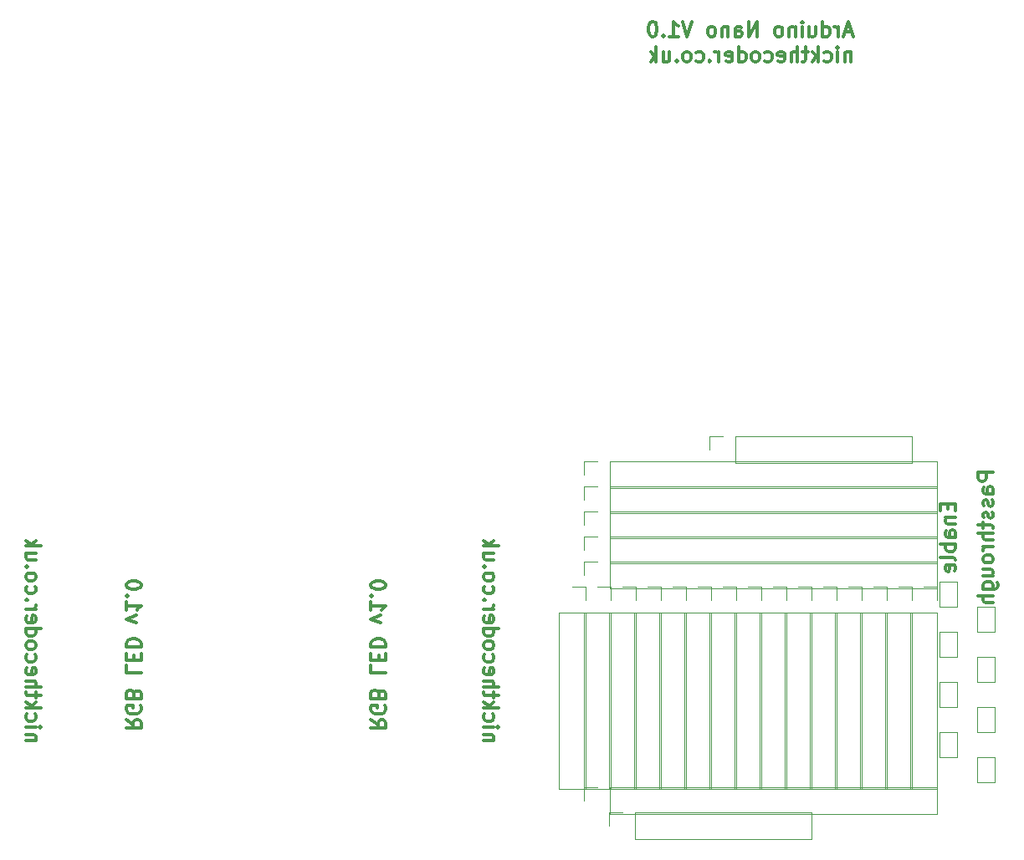
<source format=gbr>
G04 #@! TF.FileFunction,Legend,Bot*
%FSLAX46Y46*%
G04 Gerber Fmt 4.6, Leading zero omitted, Abs format (unit mm)*
G04 Created by KiCad (PCBNEW 4.0.7+dfsg1-1~bpo9+1) date Tue May  1 16:34:38 2018*
%MOMM*%
%LPD*%
G01*
G04 APERTURE LIST*
%ADD10C,0.100000*%
%ADD11C,0.300000*%
%ADD12C,0.120000*%
G04 APERTURE END LIST*
D10*
D11*
X138144286Y-44060000D02*
X137430000Y-44060000D01*
X138287143Y-44488571D02*
X137787143Y-42988571D01*
X137287143Y-44488571D01*
X136787143Y-44488571D02*
X136787143Y-43488571D01*
X136787143Y-43774286D02*
X136715715Y-43631429D01*
X136644286Y-43560000D01*
X136501429Y-43488571D01*
X136358572Y-43488571D01*
X135215715Y-44488571D02*
X135215715Y-42988571D01*
X135215715Y-44417143D02*
X135358572Y-44488571D01*
X135644286Y-44488571D01*
X135787144Y-44417143D01*
X135858572Y-44345714D01*
X135930001Y-44202857D01*
X135930001Y-43774286D01*
X135858572Y-43631429D01*
X135787144Y-43560000D01*
X135644286Y-43488571D01*
X135358572Y-43488571D01*
X135215715Y-43560000D01*
X133858572Y-43488571D02*
X133858572Y-44488571D01*
X134501429Y-43488571D02*
X134501429Y-44274286D01*
X134430001Y-44417143D01*
X134287143Y-44488571D01*
X134072858Y-44488571D01*
X133930001Y-44417143D01*
X133858572Y-44345714D01*
X133144286Y-44488571D02*
X133144286Y-43488571D01*
X133144286Y-42988571D02*
X133215715Y-43060000D01*
X133144286Y-43131429D01*
X133072858Y-43060000D01*
X133144286Y-42988571D01*
X133144286Y-43131429D01*
X132430000Y-43488571D02*
X132430000Y-44488571D01*
X132430000Y-43631429D02*
X132358572Y-43560000D01*
X132215714Y-43488571D01*
X132001429Y-43488571D01*
X131858572Y-43560000D01*
X131787143Y-43702857D01*
X131787143Y-44488571D01*
X130858571Y-44488571D02*
X131001429Y-44417143D01*
X131072857Y-44345714D01*
X131144286Y-44202857D01*
X131144286Y-43774286D01*
X131072857Y-43631429D01*
X131001429Y-43560000D01*
X130858571Y-43488571D01*
X130644286Y-43488571D01*
X130501429Y-43560000D01*
X130430000Y-43631429D01*
X130358571Y-43774286D01*
X130358571Y-44202857D01*
X130430000Y-44345714D01*
X130501429Y-44417143D01*
X130644286Y-44488571D01*
X130858571Y-44488571D01*
X128572857Y-44488571D02*
X128572857Y-42988571D01*
X127715714Y-44488571D01*
X127715714Y-42988571D01*
X126358571Y-44488571D02*
X126358571Y-43702857D01*
X126430000Y-43560000D01*
X126572857Y-43488571D01*
X126858571Y-43488571D01*
X127001428Y-43560000D01*
X126358571Y-44417143D02*
X126501428Y-44488571D01*
X126858571Y-44488571D01*
X127001428Y-44417143D01*
X127072857Y-44274286D01*
X127072857Y-44131429D01*
X127001428Y-43988571D01*
X126858571Y-43917143D01*
X126501428Y-43917143D01*
X126358571Y-43845714D01*
X125644285Y-43488571D02*
X125644285Y-44488571D01*
X125644285Y-43631429D02*
X125572857Y-43560000D01*
X125429999Y-43488571D01*
X125215714Y-43488571D01*
X125072857Y-43560000D01*
X125001428Y-43702857D01*
X125001428Y-44488571D01*
X124072856Y-44488571D02*
X124215714Y-44417143D01*
X124287142Y-44345714D01*
X124358571Y-44202857D01*
X124358571Y-43774286D01*
X124287142Y-43631429D01*
X124215714Y-43560000D01*
X124072856Y-43488571D01*
X123858571Y-43488571D01*
X123715714Y-43560000D01*
X123644285Y-43631429D01*
X123572856Y-43774286D01*
X123572856Y-44202857D01*
X123644285Y-44345714D01*
X123715714Y-44417143D01*
X123858571Y-44488571D01*
X124072856Y-44488571D01*
X122001428Y-42988571D02*
X121501428Y-44488571D01*
X121001428Y-42988571D01*
X119715714Y-44488571D02*
X120572857Y-44488571D01*
X120144285Y-44488571D02*
X120144285Y-42988571D01*
X120287142Y-43202857D01*
X120430000Y-43345714D01*
X120572857Y-43417143D01*
X119072857Y-44345714D02*
X119001429Y-44417143D01*
X119072857Y-44488571D01*
X119144286Y-44417143D01*
X119072857Y-44345714D01*
X119072857Y-44488571D01*
X118072857Y-42988571D02*
X117930000Y-42988571D01*
X117787143Y-43060000D01*
X117715714Y-43131429D01*
X117644285Y-43274286D01*
X117572857Y-43560000D01*
X117572857Y-43917143D01*
X117644285Y-44202857D01*
X117715714Y-44345714D01*
X117787143Y-44417143D01*
X117930000Y-44488571D01*
X118072857Y-44488571D01*
X118215714Y-44417143D01*
X118287143Y-44345714D01*
X118358571Y-44202857D01*
X118430000Y-43917143D01*
X118430000Y-43560000D01*
X118358571Y-43274286D01*
X118287143Y-43131429D01*
X118215714Y-43060000D01*
X118072857Y-42988571D01*
X138072857Y-46038571D02*
X138072857Y-47038571D01*
X138072857Y-46181429D02*
X138001429Y-46110000D01*
X137858571Y-46038571D01*
X137644286Y-46038571D01*
X137501429Y-46110000D01*
X137430000Y-46252857D01*
X137430000Y-47038571D01*
X136715714Y-47038571D02*
X136715714Y-46038571D01*
X136715714Y-45538571D02*
X136787143Y-45610000D01*
X136715714Y-45681429D01*
X136644286Y-45610000D01*
X136715714Y-45538571D01*
X136715714Y-45681429D01*
X135358571Y-46967143D02*
X135501428Y-47038571D01*
X135787142Y-47038571D01*
X135930000Y-46967143D01*
X136001428Y-46895714D01*
X136072857Y-46752857D01*
X136072857Y-46324286D01*
X136001428Y-46181429D01*
X135930000Y-46110000D01*
X135787142Y-46038571D01*
X135501428Y-46038571D01*
X135358571Y-46110000D01*
X134715714Y-47038571D02*
X134715714Y-45538571D01*
X134572857Y-46467143D02*
X134144286Y-47038571D01*
X134144286Y-46038571D02*
X134715714Y-46610000D01*
X133715714Y-46038571D02*
X133144285Y-46038571D01*
X133501428Y-45538571D02*
X133501428Y-46824286D01*
X133430000Y-46967143D01*
X133287142Y-47038571D01*
X133144285Y-47038571D01*
X132644285Y-47038571D02*
X132644285Y-45538571D01*
X132001428Y-47038571D02*
X132001428Y-46252857D01*
X132072857Y-46110000D01*
X132215714Y-46038571D01*
X132429999Y-46038571D01*
X132572857Y-46110000D01*
X132644285Y-46181429D01*
X130715714Y-46967143D02*
X130858571Y-47038571D01*
X131144285Y-47038571D01*
X131287142Y-46967143D01*
X131358571Y-46824286D01*
X131358571Y-46252857D01*
X131287142Y-46110000D01*
X131144285Y-46038571D01*
X130858571Y-46038571D01*
X130715714Y-46110000D01*
X130644285Y-46252857D01*
X130644285Y-46395714D01*
X131358571Y-46538571D01*
X129358571Y-46967143D02*
X129501428Y-47038571D01*
X129787142Y-47038571D01*
X129930000Y-46967143D01*
X130001428Y-46895714D01*
X130072857Y-46752857D01*
X130072857Y-46324286D01*
X130001428Y-46181429D01*
X129930000Y-46110000D01*
X129787142Y-46038571D01*
X129501428Y-46038571D01*
X129358571Y-46110000D01*
X128501428Y-47038571D02*
X128644286Y-46967143D01*
X128715714Y-46895714D01*
X128787143Y-46752857D01*
X128787143Y-46324286D01*
X128715714Y-46181429D01*
X128644286Y-46110000D01*
X128501428Y-46038571D01*
X128287143Y-46038571D01*
X128144286Y-46110000D01*
X128072857Y-46181429D01*
X128001428Y-46324286D01*
X128001428Y-46752857D01*
X128072857Y-46895714D01*
X128144286Y-46967143D01*
X128287143Y-47038571D01*
X128501428Y-47038571D01*
X126715714Y-47038571D02*
X126715714Y-45538571D01*
X126715714Y-46967143D02*
X126858571Y-47038571D01*
X127144285Y-47038571D01*
X127287143Y-46967143D01*
X127358571Y-46895714D01*
X127430000Y-46752857D01*
X127430000Y-46324286D01*
X127358571Y-46181429D01*
X127287143Y-46110000D01*
X127144285Y-46038571D01*
X126858571Y-46038571D01*
X126715714Y-46110000D01*
X125430000Y-46967143D02*
X125572857Y-47038571D01*
X125858571Y-47038571D01*
X126001428Y-46967143D01*
X126072857Y-46824286D01*
X126072857Y-46252857D01*
X126001428Y-46110000D01*
X125858571Y-46038571D01*
X125572857Y-46038571D01*
X125430000Y-46110000D01*
X125358571Y-46252857D01*
X125358571Y-46395714D01*
X126072857Y-46538571D01*
X124715714Y-47038571D02*
X124715714Y-46038571D01*
X124715714Y-46324286D02*
X124644286Y-46181429D01*
X124572857Y-46110000D01*
X124430000Y-46038571D01*
X124287143Y-46038571D01*
X123787143Y-46895714D02*
X123715715Y-46967143D01*
X123787143Y-47038571D01*
X123858572Y-46967143D01*
X123787143Y-46895714D01*
X123787143Y-47038571D01*
X122430000Y-46967143D02*
X122572857Y-47038571D01*
X122858571Y-47038571D01*
X123001429Y-46967143D01*
X123072857Y-46895714D01*
X123144286Y-46752857D01*
X123144286Y-46324286D01*
X123072857Y-46181429D01*
X123001429Y-46110000D01*
X122858571Y-46038571D01*
X122572857Y-46038571D01*
X122430000Y-46110000D01*
X121572857Y-47038571D02*
X121715715Y-46967143D01*
X121787143Y-46895714D01*
X121858572Y-46752857D01*
X121858572Y-46324286D01*
X121787143Y-46181429D01*
X121715715Y-46110000D01*
X121572857Y-46038571D01*
X121358572Y-46038571D01*
X121215715Y-46110000D01*
X121144286Y-46181429D01*
X121072857Y-46324286D01*
X121072857Y-46752857D01*
X121144286Y-46895714D01*
X121215715Y-46967143D01*
X121358572Y-47038571D01*
X121572857Y-47038571D01*
X120430000Y-46895714D02*
X120358572Y-46967143D01*
X120430000Y-47038571D01*
X120501429Y-46967143D01*
X120430000Y-46895714D01*
X120430000Y-47038571D01*
X119072857Y-46038571D02*
X119072857Y-47038571D01*
X119715714Y-46038571D02*
X119715714Y-46824286D01*
X119644286Y-46967143D01*
X119501428Y-47038571D01*
X119287143Y-47038571D01*
X119144286Y-46967143D01*
X119072857Y-46895714D01*
X118358571Y-47038571D02*
X118358571Y-45538571D01*
X118215714Y-46467143D02*
X117787143Y-47038571D01*
X117787143Y-46038571D02*
X118358571Y-46610000D01*
X152443571Y-88678571D02*
X150943571Y-88678571D01*
X150943571Y-89249999D01*
X151015000Y-89392857D01*
X151086429Y-89464285D01*
X151229286Y-89535714D01*
X151443571Y-89535714D01*
X151586429Y-89464285D01*
X151657857Y-89392857D01*
X151729286Y-89249999D01*
X151729286Y-88678571D01*
X152443571Y-90821428D02*
X151657857Y-90821428D01*
X151515000Y-90749999D01*
X151443571Y-90607142D01*
X151443571Y-90321428D01*
X151515000Y-90178571D01*
X152372143Y-90821428D02*
X152443571Y-90678571D01*
X152443571Y-90321428D01*
X152372143Y-90178571D01*
X152229286Y-90107142D01*
X152086429Y-90107142D01*
X151943571Y-90178571D01*
X151872143Y-90321428D01*
X151872143Y-90678571D01*
X151800714Y-90821428D01*
X152372143Y-91464285D02*
X152443571Y-91607142D01*
X152443571Y-91892857D01*
X152372143Y-92035714D01*
X152229286Y-92107142D01*
X152157857Y-92107142D01*
X152015000Y-92035714D01*
X151943571Y-91892857D01*
X151943571Y-91678571D01*
X151872143Y-91535714D01*
X151729286Y-91464285D01*
X151657857Y-91464285D01*
X151515000Y-91535714D01*
X151443571Y-91678571D01*
X151443571Y-91892857D01*
X151515000Y-92035714D01*
X152372143Y-92678571D02*
X152443571Y-92821428D01*
X152443571Y-93107143D01*
X152372143Y-93250000D01*
X152229286Y-93321428D01*
X152157857Y-93321428D01*
X152015000Y-93250000D01*
X151943571Y-93107143D01*
X151943571Y-92892857D01*
X151872143Y-92750000D01*
X151729286Y-92678571D01*
X151657857Y-92678571D01*
X151515000Y-92750000D01*
X151443571Y-92892857D01*
X151443571Y-93107143D01*
X151515000Y-93250000D01*
X151443571Y-93750000D02*
X151443571Y-94321429D01*
X150943571Y-93964286D02*
X152229286Y-93964286D01*
X152372143Y-94035714D01*
X152443571Y-94178572D01*
X152443571Y-94321429D01*
X152443571Y-94821429D02*
X150943571Y-94821429D01*
X152443571Y-95464286D02*
X151657857Y-95464286D01*
X151515000Y-95392857D01*
X151443571Y-95250000D01*
X151443571Y-95035715D01*
X151515000Y-94892857D01*
X151586429Y-94821429D01*
X152443571Y-96178572D02*
X151443571Y-96178572D01*
X151729286Y-96178572D02*
X151586429Y-96250000D01*
X151515000Y-96321429D01*
X151443571Y-96464286D01*
X151443571Y-96607143D01*
X152443571Y-97321429D02*
X152372143Y-97178571D01*
X152300714Y-97107143D01*
X152157857Y-97035714D01*
X151729286Y-97035714D01*
X151586429Y-97107143D01*
X151515000Y-97178571D01*
X151443571Y-97321429D01*
X151443571Y-97535714D01*
X151515000Y-97678571D01*
X151586429Y-97750000D01*
X151729286Y-97821429D01*
X152157857Y-97821429D01*
X152300714Y-97750000D01*
X152372143Y-97678571D01*
X152443571Y-97535714D01*
X152443571Y-97321429D01*
X151443571Y-99107143D02*
X152443571Y-99107143D01*
X151443571Y-98464286D02*
X152229286Y-98464286D01*
X152372143Y-98535714D01*
X152443571Y-98678572D01*
X152443571Y-98892857D01*
X152372143Y-99035714D01*
X152300714Y-99107143D01*
X151443571Y-100464286D02*
X152657857Y-100464286D01*
X152800714Y-100392857D01*
X152872143Y-100321429D01*
X152943571Y-100178572D01*
X152943571Y-99964286D01*
X152872143Y-99821429D01*
X152372143Y-100464286D02*
X152443571Y-100321429D01*
X152443571Y-100035715D01*
X152372143Y-99892857D01*
X152300714Y-99821429D01*
X152157857Y-99750000D01*
X151729286Y-99750000D01*
X151586429Y-99821429D01*
X151515000Y-99892857D01*
X151443571Y-100035715D01*
X151443571Y-100321429D01*
X151515000Y-100464286D01*
X152443571Y-101178572D02*
X150943571Y-101178572D01*
X152443571Y-101821429D02*
X151657857Y-101821429D01*
X151515000Y-101750000D01*
X151443571Y-101607143D01*
X151443571Y-101392858D01*
X151515000Y-101250000D01*
X151586429Y-101178572D01*
X147847857Y-91857143D02*
X147847857Y-92357143D01*
X148633571Y-92571429D02*
X148633571Y-91857143D01*
X147133571Y-91857143D01*
X147133571Y-92571429D01*
X147633571Y-93214286D02*
X148633571Y-93214286D01*
X147776429Y-93214286D02*
X147705000Y-93285714D01*
X147633571Y-93428572D01*
X147633571Y-93642857D01*
X147705000Y-93785714D01*
X147847857Y-93857143D01*
X148633571Y-93857143D01*
X148633571Y-95214286D02*
X147847857Y-95214286D01*
X147705000Y-95142857D01*
X147633571Y-95000000D01*
X147633571Y-94714286D01*
X147705000Y-94571429D01*
X148562143Y-95214286D02*
X148633571Y-95071429D01*
X148633571Y-94714286D01*
X148562143Y-94571429D01*
X148419286Y-94500000D01*
X148276429Y-94500000D01*
X148133571Y-94571429D01*
X148062143Y-94714286D01*
X148062143Y-95071429D01*
X147990714Y-95214286D01*
X148633571Y-95928572D02*
X147133571Y-95928572D01*
X147705000Y-95928572D02*
X147633571Y-96071429D01*
X147633571Y-96357143D01*
X147705000Y-96500000D01*
X147776429Y-96571429D01*
X147919286Y-96642858D01*
X148347857Y-96642858D01*
X148490714Y-96571429D01*
X148562143Y-96500000D01*
X148633571Y-96357143D01*
X148633571Y-96071429D01*
X148562143Y-95928572D01*
X148633571Y-97500001D02*
X148562143Y-97357143D01*
X148419286Y-97285715D01*
X147133571Y-97285715D01*
X148562143Y-98642857D02*
X148633571Y-98500000D01*
X148633571Y-98214286D01*
X148562143Y-98071429D01*
X148419286Y-98000000D01*
X147847857Y-98000000D01*
X147705000Y-98071429D01*
X147633571Y-98214286D01*
X147633571Y-98500000D01*
X147705000Y-98642857D01*
X147847857Y-98714286D01*
X147990714Y-98714286D01*
X148133571Y-98000000D01*
X89491429Y-113720714D02*
X90205714Y-114220714D01*
X89491429Y-114577857D02*
X90991429Y-114577857D01*
X90991429Y-114006429D01*
X90920000Y-113863571D01*
X90848571Y-113792143D01*
X90705714Y-113720714D01*
X90491429Y-113720714D01*
X90348571Y-113792143D01*
X90277143Y-113863571D01*
X90205714Y-114006429D01*
X90205714Y-114577857D01*
X90920000Y-112292143D02*
X90991429Y-112435000D01*
X90991429Y-112649286D01*
X90920000Y-112863571D01*
X90777143Y-113006429D01*
X90634286Y-113077857D01*
X90348571Y-113149286D01*
X90134286Y-113149286D01*
X89848571Y-113077857D01*
X89705714Y-113006429D01*
X89562857Y-112863571D01*
X89491429Y-112649286D01*
X89491429Y-112506429D01*
X89562857Y-112292143D01*
X89634286Y-112220714D01*
X90134286Y-112220714D01*
X90134286Y-112506429D01*
X90277143Y-111077857D02*
X90205714Y-110863571D01*
X90134286Y-110792143D01*
X89991429Y-110720714D01*
X89777143Y-110720714D01*
X89634286Y-110792143D01*
X89562857Y-110863571D01*
X89491429Y-111006429D01*
X89491429Y-111577857D01*
X90991429Y-111577857D01*
X90991429Y-111077857D01*
X90920000Y-110935000D01*
X90848571Y-110863571D01*
X90705714Y-110792143D01*
X90562857Y-110792143D01*
X90420000Y-110863571D01*
X90348571Y-110935000D01*
X90277143Y-111077857D01*
X90277143Y-111577857D01*
X89491429Y-108220714D02*
X89491429Y-108935000D01*
X90991429Y-108935000D01*
X90277143Y-107720714D02*
X90277143Y-107220714D01*
X89491429Y-107006428D02*
X89491429Y-107720714D01*
X90991429Y-107720714D01*
X90991429Y-107006428D01*
X89491429Y-106363571D02*
X90991429Y-106363571D01*
X90991429Y-106006428D01*
X90920000Y-105792143D01*
X90777143Y-105649285D01*
X90634286Y-105577857D01*
X90348571Y-105506428D01*
X90134286Y-105506428D01*
X89848571Y-105577857D01*
X89705714Y-105649285D01*
X89562857Y-105792143D01*
X89491429Y-106006428D01*
X89491429Y-106363571D01*
X90491429Y-103863571D02*
X89491429Y-103506428D01*
X90491429Y-103149286D01*
X89491429Y-101792143D02*
X89491429Y-102649286D01*
X89491429Y-102220714D02*
X90991429Y-102220714D01*
X90777143Y-102363571D01*
X90634286Y-102506429D01*
X90562857Y-102649286D01*
X89634286Y-101149286D02*
X89562857Y-101077858D01*
X89491429Y-101149286D01*
X89562857Y-101220715D01*
X89634286Y-101149286D01*
X89491429Y-101149286D01*
X90991429Y-100149286D02*
X90991429Y-100006429D01*
X90920000Y-99863572D01*
X90848571Y-99792143D01*
X90705714Y-99720714D01*
X90420000Y-99649286D01*
X90062857Y-99649286D01*
X89777143Y-99720714D01*
X89634286Y-99792143D01*
X89562857Y-99863572D01*
X89491429Y-100006429D01*
X89491429Y-100149286D01*
X89562857Y-100292143D01*
X89634286Y-100363572D01*
X89777143Y-100435000D01*
X90062857Y-100506429D01*
X90420000Y-100506429D01*
X90705714Y-100435000D01*
X90848571Y-100363572D01*
X90920000Y-100292143D01*
X90991429Y-100149286D01*
X64726429Y-113720714D02*
X65440714Y-114220714D01*
X64726429Y-114577857D02*
X66226429Y-114577857D01*
X66226429Y-114006429D01*
X66155000Y-113863571D01*
X66083571Y-113792143D01*
X65940714Y-113720714D01*
X65726429Y-113720714D01*
X65583571Y-113792143D01*
X65512143Y-113863571D01*
X65440714Y-114006429D01*
X65440714Y-114577857D01*
X66155000Y-112292143D02*
X66226429Y-112435000D01*
X66226429Y-112649286D01*
X66155000Y-112863571D01*
X66012143Y-113006429D01*
X65869286Y-113077857D01*
X65583571Y-113149286D01*
X65369286Y-113149286D01*
X65083571Y-113077857D01*
X64940714Y-113006429D01*
X64797857Y-112863571D01*
X64726429Y-112649286D01*
X64726429Y-112506429D01*
X64797857Y-112292143D01*
X64869286Y-112220714D01*
X65369286Y-112220714D01*
X65369286Y-112506429D01*
X65512143Y-111077857D02*
X65440714Y-110863571D01*
X65369286Y-110792143D01*
X65226429Y-110720714D01*
X65012143Y-110720714D01*
X64869286Y-110792143D01*
X64797857Y-110863571D01*
X64726429Y-111006429D01*
X64726429Y-111577857D01*
X66226429Y-111577857D01*
X66226429Y-111077857D01*
X66155000Y-110935000D01*
X66083571Y-110863571D01*
X65940714Y-110792143D01*
X65797857Y-110792143D01*
X65655000Y-110863571D01*
X65583571Y-110935000D01*
X65512143Y-111077857D01*
X65512143Y-111577857D01*
X64726429Y-108220714D02*
X64726429Y-108935000D01*
X66226429Y-108935000D01*
X65512143Y-107720714D02*
X65512143Y-107220714D01*
X64726429Y-107006428D02*
X64726429Y-107720714D01*
X66226429Y-107720714D01*
X66226429Y-107006428D01*
X64726429Y-106363571D02*
X66226429Y-106363571D01*
X66226429Y-106006428D01*
X66155000Y-105792143D01*
X66012143Y-105649285D01*
X65869286Y-105577857D01*
X65583571Y-105506428D01*
X65369286Y-105506428D01*
X65083571Y-105577857D01*
X64940714Y-105649285D01*
X64797857Y-105792143D01*
X64726429Y-106006428D01*
X64726429Y-106363571D01*
X65726429Y-103863571D02*
X64726429Y-103506428D01*
X65726429Y-103149286D01*
X64726429Y-101792143D02*
X64726429Y-102649286D01*
X64726429Y-102220714D02*
X66226429Y-102220714D01*
X66012143Y-102363571D01*
X65869286Y-102506429D01*
X65797857Y-102649286D01*
X64869286Y-101149286D02*
X64797857Y-101077858D01*
X64726429Y-101149286D01*
X64797857Y-101220715D01*
X64869286Y-101149286D01*
X64726429Y-101149286D01*
X66226429Y-100149286D02*
X66226429Y-100006429D01*
X66155000Y-99863572D01*
X66083571Y-99792143D01*
X65940714Y-99720714D01*
X65655000Y-99649286D01*
X65297857Y-99649286D01*
X65012143Y-99720714D01*
X64869286Y-99792143D01*
X64797857Y-99863572D01*
X64726429Y-100006429D01*
X64726429Y-100149286D01*
X64797857Y-100292143D01*
X64869286Y-100363572D01*
X65012143Y-100435000D01*
X65297857Y-100506429D01*
X65655000Y-100506429D01*
X65940714Y-100435000D01*
X66083571Y-100363572D01*
X66155000Y-100292143D01*
X66226429Y-100149286D01*
X101921429Y-115847857D02*
X100921429Y-115847857D01*
X101778571Y-115847857D02*
X101850000Y-115776429D01*
X101921429Y-115633571D01*
X101921429Y-115419286D01*
X101850000Y-115276429D01*
X101707143Y-115205000D01*
X100921429Y-115205000D01*
X100921429Y-114490714D02*
X101921429Y-114490714D01*
X102421429Y-114490714D02*
X102350000Y-114562143D01*
X102278571Y-114490714D01*
X102350000Y-114419286D01*
X102421429Y-114490714D01*
X102278571Y-114490714D01*
X100992857Y-113133571D02*
X100921429Y-113276428D01*
X100921429Y-113562142D01*
X100992857Y-113705000D01*
X101064286Y-113776428D01*
X101207143Y-113847857D01*
X101635714Y-113847857D01*
X101778571Y-113776428D01*
X101850000Y-113705000D01*
X101921429Y-113562142D01*
X101921429Y-113276428D01*
X101850000Y-113133571D01*
X100921429Y-112490714D02*
X102421429Y-112490714D01*
X101492857Y-112347857D02*
X100921429Y-111919286D01*
X101921429Y-111919286D02*
X101350000Y-112490714D01*
X101921429Y-111490714D02*
X101921429Y-110919285D01*
X102421429Y-111276428D02*
X101135714Y-111276428D01*
X100992857Y-111205000D01*
X100921429Y-111062142D01*
X100921429Y-110919285D01*
X100921429Y-110419285D02*
X102421429Y-110419285D01*
X100921429Y-109776428D02*
X101707143Y-109776428D01*
X101850000Y-109847857D01*
X101921429Y-109990714D01*
X101921429Y-110204999D01*
X101850000Y-110347857D01*
X101778571Y-110419285D01*
X100992857Y-108490714D02*
X100921429Y-108633571D01*
X100921429Y-108919285D01*
X100992857Y-109062142D01*
X101135714Y-109133571D01*
X101707143Y-109133571D01*
X101850000Y-109062142D01*
X101921429Y-108919285D01*
X101921429Y-108633571D01*
X101850000Y-108490714D01*
X101707143Y-108419285D01*
X101564286Y-108419285D01*
X101421429Y-109133571D01*
X100992857Y-107133571D02*
X100921429Y-107276428D01*
X100921429Y-107562142D01*
X100992857Y-107705000D01*
X101064286Y-107776428D01*
X101207143Y-107847857D01*
X101635714Y-107847857D01*
X101778571Y-107776428D01*
X101850000Y-107705000D01*
X101921429Y-107562142D01*
X101921429Y-107276428D01*
X101850000Y-107133571D01*
X100921429Y-106276428D02*
X100992857Y-106419286D01*
X101064286Y-106490714D01*
X101207143Y-106562143D01*
X101635714Y-106562143D01*
X101778571Y-106490714D01*
X101850000Y-106419286D01*
X101921429Y-106276428D01*
X101921429Y-106062143D01*
X101850000Y-105919286D01*
X101778571Y-105847857D01*
X101635714Y-105776428D01*
X101207143Y-105776428D01*
X101064286Y-105847857D01*
X100992857Y-105919286D01*
X100921429Y-106062143D01*
X100921429Y-106276428D01*
X100921429Y-104490714D02*
X102421429Y-104490714D01*
X100992857Y-104490714D02*
X100921429Y-104633571D01*
X100921429Y-104919285D01*
X100992857Y-105062143D01*
X101064286Y-105133571D01*
X101207143Y-105205000D01*
X101635714Y-105205000D01*
X101778571Y-105133571D01*
X101850000Y-105062143D01*
X101921429Y-104919285D01*
X101921429Y-104633571D01*
X101850000Y-104490714D01*
X100992857Y-103205000D02*
X100921429Y-103347857D01*
X100921429Y-103633571D01*
X100992857Y-103776428D01*
X101135714Y-103847857D01*
X101707143Y-103847857D01*
X101850000Y-103776428D01*
X101921429Y-103633571D01*
X101921429Y-103347857D01*
X101850000Y-103205000D01*
X101707143Y-103133571D01*
X101564286Y-103133571D01*
X101421429Y-103847857D01*
X100921429Y-102490714D02*
X101921429Y-102490714D01*
X101635714Y-102490714D02*
X101778571Y-102419286D01*
X101850000Y-102347857D01*
X101921429Y-102205000D01*
X101921429Y-102062143D01*
X101064286Y-101562143D02*
X100992857Y-101490715D01*
X100921429Y-101562143D01*
X100992857Y-101633572D01*
X101064286Y-101562143D01*
X100921429Y-101562143D01*
X100992857Y-100205000D02*
X100921429Y-100347857D01*
X100921429Y-100633571D01*
X100992857Y-100776429D01*
X101064286Y-100847857D01*
X101207143Y-100919286D01*
X101635714Y-100919286D01*
X101778571Y-100847857D01*
X101850000Y-100776429D01*
X101921429Y-100633571D01*
X101921429Y-100347857D01*
X101850000Y-100205000D01*
X100921429Y-99347857D02*
X100992857Y-99490715D01*
X101064286Y-99562143D01*
X101207143Y-99633572D01*
X101635714Y-99633572D01*
X101778571Y-99562143D01*
X101850000Y-99490715D01*
X101921429Y-99347857D01*
X101921429Y-99133572D01*
X101850000Y-98990715D01*
X101778571Y-98919286D01*
X101635714Y-98847857D01*
X101207143Y-98847857D01*
X101064286Y-98919286D01*
X100992857Y-98990715D01*
X100921429Y-99133572D01*
X100921429Y-99347857D01*
X101064286Y-98205000D02*
X100992857Y-98133572D01*
X100921429Y-98205000D01*
X100992857Y-98276429D01*
X101064286Y-98205000D01*
X100921429Y-98205000D01*
X101921429Y-96847857D02*
X100921429Y-96847857D01*
X101921429Y-97490714D02*
X101135714Y-97490714D01*
X100992857Y-97419286D01*
X100921429Y-97276428D01*
X100921429Y-97062143D01*
X100992857Y-96919286D01*
X101064286Y-96847857D01*
X100921429Y-96133571D02*
X102421429Y-96133571D01*
X101492857Y-95990714D02*
X100921429Y-95562143D01*
X101921429Y-95562143D02*
X101350000Y-96133571D01*
X55566429Y-115847857D02*
X54566429Y-115847857D01*
X55423571Y-115847857D02*
X55495000Y-115776429D01*
X55566429Y-115633571D01*
X55566429Y-115419286D01*
X55495000Y-115276429D01*
X55352143Y-115205000D01*
X54566429Y-115205000D01*
X54566429Y-114490714D02*
X55566429Y-114490714D01*
X56066429Y-114490714D02*
X55995000Y-114562143D01*
X55923571Y-114490714D01*
X55995000Y-114419286D01*
X56066429Y-114490714D01*
X55923571Y-114490714D01*
X54637857Y-113133571D02*
X54566429Y-113276428D01*
X54566429Y-113562142D01*
X54637857Y-113705000D01*
X54709286Y-113776428D01*
X54852143Y-113847857D01*
X55280714Y-113847857D01*
X55423571Y-113776428D01*
X55495000Y-113705000D01*
X55566429Y-113562142D01*
X55566429Y-113276428D01*
X55495000Y-113133571D01*
X54566429Y-112490714D02*
X56066429Y-112490714D01*
X55137857Y-112347857D02*
X54566429Y-111919286D01*
X55566429Y-111919286D02*
X54995000Y-112490714D01*
X55566429Y-111490714D02*
X55566429Y-110919285D01*
X56066429Y-111276428D02*
X54780714Y-111276428D01*
X54637857Y-111205000D01*
X54566429Y-111062142D01*
X54566429Y-110919285D01*
X54566429Y-110419285D02*
X56066429Y-110419285D01*
X54566429Y-109776428D02*
X55352143Y-109776428D01*
X55495000Y-109847857D01*
X55566429Y-109990714D01*
X55566429Y-110204999D01*
X55495000Y-110347857D01*
X55423571Y-110419285D01*
X54637857Y-108490714D02*
X54566429Y-108633571D01*
X54566429Y-108919285D01*
X54637857Y-109062142D01*
X54780714Y-109133571D01*
X55352143Y-109133571D01*
X55495000Y-109062142D01*
X55566429Y-108919285D01*
X55566429Y-108633571D01*
X55495000Y-108490714D01*
X55352143Y-108419285D01*
X55209286Y-108419285D01*
X55066429Y-109133571D01*
X54637857Y-107133571D02*
X54566429Y-107276428D01*
X54566429Y-107562142D01*
X54637857Y-107705000D01*
X54709286Y-107776428D01*
X54852143Y-107847857D01*
X55280714Y-107847857D01*
X55423571Y-107776428D01*
X55495000Y-107705000D01*
X55566429Y-107562142D01*
X55566429Y-107276428D01*
X55495000Y-107133571D01*
X54566429Y-106276428D02*
X54637857Y-106419286D01*
X54709286Y-106490714D01*
X54852143Y-106562143D01*
X55280714Y-106562143D01*
X55423571Y-106490714D01*
X55495000Y-106419286D01*
X55566429Y-106276428D01*
X55566429Y-106062143D01*
X55495000Y-105919286D01*
X55423571Y-105847857D01*
X55280714Y-105776428D01*
X54852143Y-105776428D01*
X54709286Y-105847857D01*
X54637857Y-105919286D01*
X54566429Y-106062143D01*
X54566429Y-106276428D01*
X54566429Y-104490714D02*
X56066429Y-104490714D01*
X54637857Y-104490714D02*
X54566429Y-104633571D01*
X54566429Y-104919285D01*
X54637857Y-105062143D01*
X54709286Y-105133571D01*
X54852143Y-105205000D01*
X55280714Y-105205000D01*
X55423571Y-105133571D01*
X55495000Y-105062143D01*
X55566429Y-104919285D01*
X55566429Y-104633571D01*
X55495000Y-104490714D01*
X54637857Y-103205000D02*
X54566429Y-103347857D01*
X54566429Y-103633571D01*
X54637857Y-103776428D01*
X54780714Y-103847857D01*
X55352143Y-103847857D01*
X55495000Y-103776428D01*
X55566429Y-103633571D01*
X55566429Y-103347857D01*
X55495000Y-103205000D01*
X55352143Y-103133571D01*
X55209286Y-103133571D01*
X55066429Y-103847857D01*
X54566429Y-102490714D02*
X55566429Y-102490714D01*
X55280714Y-102490714D02*
X55423571Y-102419286D01*
X55495000Y-102347857D01*
X55566429Y-102205000D01*
X55566429Y-102062143D01*
X54709286Y-101562143D02*
X54637857Y-101490715D01*
X54566429Y-101562143D01*
X54637857Y-101633572D01*
X54709286Y-101562143D01*
X54566429Y-101562143D01*
X54637857Y-100205000D02*
X54566429Y-100347857D01*
X54566429Y-100633571D01*
X54637857Y-100776429D01*
X54709286Y-100847857D01*
X54852143Y-100919286D01*
X55280714Y-100919286D01*
X55423571Y-100847857D01*
X55495000Y-100776429D01*
X55566429Y-100633571D01*
X55566429Y-100347857D01*
X55495000Y-100205000D01*
X54566429Y-99347857D02*
X54637857Y-99490715D01*
X54709286Y-99562143D01*
X54852143Y-99633572D01*
X55280714Y-99633572D01*
X55423571Y-99562143D01*
X55495000Y-99490715D01*
X55566429Y-99347857D01*
X55566429Y-99133572D01*
X55495000Y-98990715D01*
X55423571Y-98919286D01*
X55280714Y-98847857D01*
X54852143Y-98847857D01*
X54709286Y-98919286D01*
X54637857Y-98990715D01*
X54566429Y-99133572D01*
X54566429Y-99347857D01*
X54709286Y-98205000D02*
X54637857Y-98133572D01*
X54566429Y-98205000D01*
X54637857Y-98276429D01*
X54709286Y-98205000D01*
X54566429Y-98205000D01*
X55566429Y-96847857D02*
X54566429Y-96847857D01*
X55566429Y-97490714D02*
X54780714Y-97490714D01*
X54637857Y-97419286D01*
X54566429Y-97276428D01*
X54566429Y-97062143D01*
X54637857Y-96919286D01*
X54709286Y-96847857D01*
X54566429Y-96133571D02*
X56066429Y-96133571D01*
X55137857Y-95990714D02*
X54566429Y-95562143D01*
X55566429Y-95562143D02*
X54995000Y-96133571D01*
D12*
X147065000Y-107315000D02*
X147065000Y-104775000D01*
X148845000Y-104775000D02*
X148845000Y-107315000D01*
X148845000Y-104775000D02*
X147065000Y-104775000D01*
X147065000Y-107315000D02*
X148845000Y-107315000D01*
X111185000Y-120710000D02*
X108525000Y-120710000D01*
X111185000Y-102870000D02*
X111185000Y-120710000D01*
X108525000Y-102870000D02*
X108525000Y-120710000D01*
X111185000Y-102870000D02*
X108525000Y-102870000D01*
X111185000Y-101600000D02*
X111185000Y-100270000D01*
X111185000Y-100270000D02*
X109855000Y-100270000D01*
X113725000Y-120710000D02*
X111065000Y-120710000D01*
X113725000Y-102870000D02*
X113725000Y-120710000D01*
X111065000Y-102870000D02*
X111065000Y-120710000D01*
X113725000Y-102870000D02*
X111065000Y-102870000D01*
X113725000Y-101600000D02*
X113725000Y-100270000D01*
X113725000Y-100270000D02*
X112395000Y-100270000D01*
X146745000Y-95190000D02*
X146745000Y-97850000D01*
X113665000Y-95190000D02*
X146745000Y-95190000D01*
X113665000Y-97850000D02*
X146745000Y-97850000D01*
X113665000Y-95190000D02*
X113665000Y-97850000D01*
X112395000Y-95190000D02*
X111065000Y-95190000D01*
X111065000Y-95190000D02*
X111065000Y-96520000D01*
X146745000Y-97730000D02*
X146745000Y-100390000D01*
X113665000Y-97730000D02*
X146745000Y-97730000D01*
X113665000Y-100390000D02*
X146745000Y-100390000D01*
X113665000Y-97730000D02*
X113665000Y-100390000D01*
X112395000Y-97730000D02*
X111065000Y-97730000D01*
X111065000Y-97730000D02*
X111065000Y-99060000D01*
X146745000Y-87570000D02*
X146745000Y-90230000D01*
X113665000Y-87570000D02*
X146745000Y-87570000D01*
X113665000Y-90230000D02*
X146745000Y-90230000D01*
X113665000Y-87570000D02*
X113665000Y-90230000D01*
X112395000Y-87570000D02*
X111065000Y-87570000D01*
X111065000Y-87570000D02*
X111065000Y-88900000D01*
X144205000Y-120710000D02*
X141545000Y-120710000D01*
X144205000Y-102870000D02*
X144205000Y-120710000D01*
X141545000Y-102870000D02*
X141545000Y-120710000D01*
X144205000Y-102870000D02*
X141545000Y-102870000D01*
X144205000Y-101600000D02*
X144205000Y-100270000D01*
X144205000Y-100270000D02*
X142875000Y-100270000D01*
X128965000Y-120710000D02*
X126305000Y-120710000D01*
X128965000Y-102870000D02*
X128965000Y-120710000D01*
X126305000Y-102870000D02*
X126305000Y-120710000D01*
X128965000Y-102870000D02*
X126305000Y-102870000D01*
X128965000Y-101600000D02*
X128965000Y-100270000D01*
X128965000Y-100270000D02*
X127635000Y-100270000D01*
X126425000Y-120710000D02*
X123765000Y-120710000D01*
X126425000Y-102870000D02*
X126425000Y-120710000D01*
X123765000Y-102870000D02*
X123765000Y-120710000D01*
X126425000Y-102870000D02*
X123765000Y-102870000D01*
X126425000Y-101600000D02*
X126425000Y-100270000D01*
X126425000Y-100270000D02*
X125095000Y-100270000D01*
X136585000Y-120710000D02*
X133925000Y-120710000D01*
X136585000Y-102870000D02*
X136585000Y-120710000D01*
X133925000Y-102870000D02*
X133925000Y-120710000D01*
X136585000Y-102870000D02*
X133925000Y-102870000D01*
X136585000Y-101600000D02*
X136585000Y-100270000D01*
X136585000Y-100270000D02*
X135255000Y-100270000D01*
X134045000Y-120710000D02*
X131385000Y-120710000D01*
X134045000Y-102870000D02*
X134045000Y-120710000D01*
X131385000Y-102870000D02*
X131385000Y-120710000D01*
X134045000Y-102870000D02*
X131385000Y-102870000D01*
X134045000Y-101600000D02*
X134045000Y-100270000D01*
X134045000Y-100270000D02*
X132715000Y-100270000D01*
X118805000Y-120710000D02*
X116145000Y-120710000D01*
X118805000Y-102870000D02*
X118805000Y-120710000D01*
X116145000Y-102870000D02*
X116145000Y-120710000D01*
X118805000Y-102870000D02*
X116145000Y-102870000D01*
X118805000Y-101600000D02*
X118805000Y-100270000D01*
X118805000Y-100270000D02*
X117475000Y-100270000D01*
X123885000Y-120710000D02*
X121225000Y-120710000D01*
X123885000Y-102870000D02*
X123885000Y-120710000D01*
X121225000Y-102870000D02*
X121225000Y-120710000D01*
X123885000Y-102870000D02*
X121225000Y-102870000D01*
X123885000Y-101600000D02*
X123885000Y-100270000D01*
X123885000Y-100270000D02*
X122555000Y-100270000D01*
X146745000Y-120710000D02*
X144085000Y-120710000D01*
X146745000Y-102870000D02*
X146745000Y-120710000D01*
X144085000Y-102870000D02*
X144085000Y-120710000D01*
X146745000Y-102870000D02*
X144085000Y-102870000D01*
X146745000Y-101600000D02*
X146745000Y-100270000D01*
X146745000Y-100270000D02*
X145415000Y-100270000D01*
X147065000Y-102235000D02*
X147065000Y-99695000D01*
X148845000Y-99695000D02*
X148845000Y-102235000D01*
X148845000Y-99695000D02*
X147065000Y-99695000D01*
X147065000Y-102235000D02*
X148845000Y-102235000D01*
X150875000Y-104775000D02*
X150875000Y-102235000D01*
X152655000Y-102235000D02*
X152655000Y-104775000D01*
X152655000Y-102235000D02*
X150875000Y-102235000D01*
X150875000Y-104775000D02*
X152655000Y-104775000D01*
X150875000Y-109855000D02*
X150875000Y-107315000D01*
X152655000Y-107315000D02*
X152655000Y-109855000D01*
X152655000Y-107315000D02*
X150875000Y-107315000D01*
X150875000Y-109855000D02*
X152655000Y-109855000D01*
X147065000Y-112395000D02*
X147065000Y-109855000D01*
X148845000Y-109855000D02*
X148845000Y-112395000D01*
X148845000Y-109855000D02*
X147065000Y-109855000D01*
X147065000Y-112395000D02*
X148845000Y-112395000D01*
X150875000Y-114935000D02*
X150875000Y-112395000D01*
X152655000Y-112395000D02*
X152655000Y-114935000D01*
X152655000Y-112395000D02*
X150875000Y-112395000D01*
X150875000Y-114935000D02*
X152655000Y-114935000D01*
X147065000Y-117475000D02*
X147065000Y-114935000D01*
X148845000Y-114935000D02*
X148845000Y-117475000D01*
X148845000Y-114935000D02*
X147065000Y-114935000D01*
X147065000Y-117475000D02*
X148845000Y-117475000D01*
X150875000Y-120015000D02*
X150875000Y-117475000D01*
X152655000Y-117475000D02*
X152655000Y-120015000D01*
X152655000Y-117475000D02*
X150875000Y-117475000D01*
X150875000Y-120015000D02*
X152655000Y-120015000D01*
X131505000Y-120710000D02*
X128845000Y-120710000D01*
X131505000Y-102870000D02*
X131505000Y-120710000D01*
X128845000Y-102870000D02*
X128845000Y-120710000D01*
X131505000Y-102870000D02*
X128845000Y-102870000D01*
X131505000Y-101600000D02*
X131505000Y-100270000D01*
X131505000Y-100270000D02*
X130175000Y-100270000D01*
X121345000Y-120710000D02*
X118685000Y-120710000D01*
X121345000Y-102870000D02*
X121345000Y-120710000D01*
X118685000Y-102870000D02*
X118685000Y-120710000D01*
X121345000Y-102870000D02*
X118685000Y-102870000D01*
X121345000Y-101600000D02*
X121345000Y-100270000D01*
X121345000Y-100270000D02*
X120015000Y-100270000D01*
X146745000Y-92650000D02*
X146745000Y-95310000D01*
X113665000Y-92650000D02*
X146745000Y-92650000D01*
X113665000Y-95310000D02*
X146745000Y-95310000D01*
X113665000Y-92650000D02*
X113665000Y-95310000D01*
X112395000Y-92650000D02*
X111065000Y-92650000D01*
X111065000Y-92650000D02*
X111065000Y-93980000D01*
X146745000Y-90110000D02*
X146745000Y-92770000D01*
X113665000Y-90110000D02*
X146745000Y-90110000D01*
X113665000Y-92770000D02*
X146745000Y-92770000D01*
X113665000Y-90110000D02*
X113665000Y-92770000D01*
X112395000Y-90110000D02*
X111065000Y-90110000D01*
X111065000Y-90110000D02*
X111065000Y-91440000D01*
X139125000Y-120710000D02*
X136465000Y-120710000D01*
X139125000Y-102870000D02*
X139125000Y-120710000D01*
X136465000Y-102870000D02*
X136465000Y-120710000D01*
X139125000Y-102870000D02*
X136465000Y-102870000D01*
X139125000Y-101600000D02*
X139125000Y-100270000D01*
X139125000Y-100270000D02*
X137795000Y-100270000D01*
X141665000Y-120710000D02*
X139005000Y-120710000D01*
X141665000Y-102870000D02*
X141665000Y-120710000D01*
X139005000Y-102870000D02*
X139005000Y-120710000D01*
X141665000Y-102870000D02*
X139005000Y-102870000D01*
X141665000Y-101600000D02*
X141665000Y-100270000D01*
X141665000Y-100270000D02*
X140335000Y-100270000D01*
X116265000Y-120710000D02*
X113605000Y-120710000D01*
X116265000Y-102870000D02*
X116265000Y-120710000D01*
X113605000Y-102870000D02*
X113605000Y-120710000D01*
X116265000Y-102870000D02*
X113605000Y-102870000D01*
X116265000Y-101600000D02*
X116265000Y-100270000D01*
X116265000Y-100270000D02*
X114935000Y-100270000D01*
X134045000Y-123130000D02*
X134045000Y-125790000D01*
X116205000Y-123130000D02*
X134045000Y-123130000D01*
X116205000Y-125790000D02*
X134045000Y-125790000D01*
X116205000Y-123130000D02*
X116205000Y-125790000D01*
X114935000Y-123130000D02*
X113605000Y-123130000D01*
X113605000Y-123130000D02*
X113605000Y-124460000D01*
X144205000Y-85030000D02*
X144205000Y-87690000D01*
X126365000Y-85030000D02*
X144205000Y-85030000D01*
X126365000Y-87690000D02*
X144205000Y-87690000D01*
X126365000Y-85030000D02*
X126365000Y-87690000D01*
X125095000Y-85030000D02*
X123765000Y-85030000D01*
X123765000Y-85030000D02*
X123765000Y-86360000D01*
X146745000Y-120590000D02*
X146745000Y-123250000D01*
X113665000Y-120590000D02*
X146745000Y-120590000D01*
X113665000Y-123250000D02*
X146745000Y-123250000D01*
X113665000Y-120590000D02*
X113665000Y-123250000D01*
X112395000Y-120590000D02*
X111065000Y-120590000D01*
X111065000Y-120590000D02*
X111065000Y-121920000D01*
M02*

</source>
